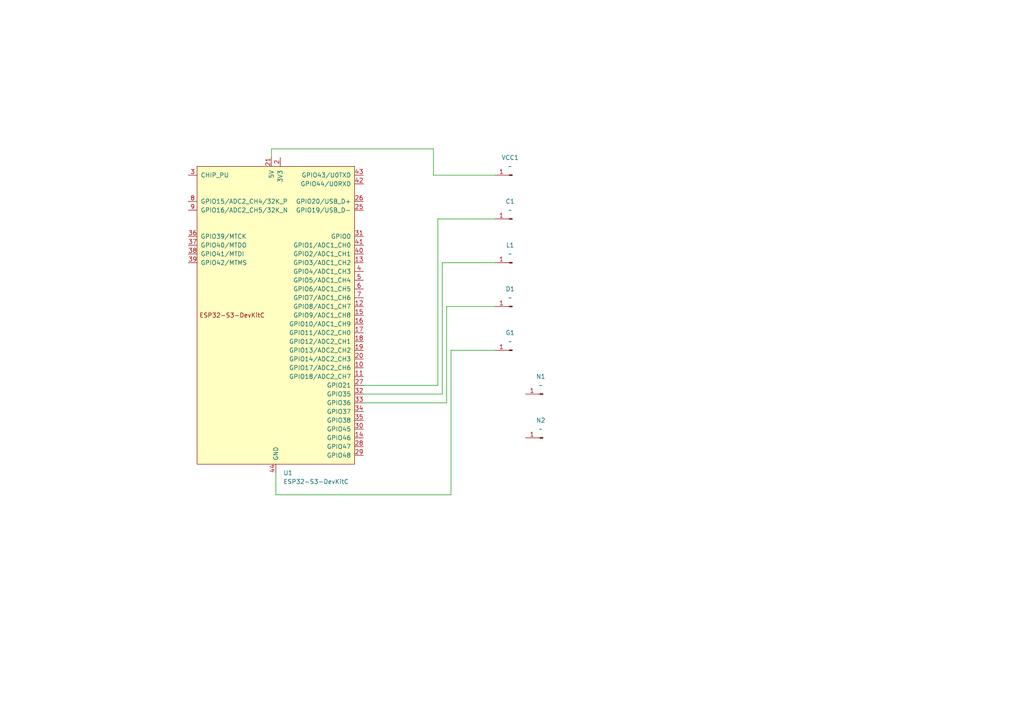
<source format=kicad_sch>
(kicad_sch (version 20250114) (generator "eeschema") (generator_version "9.0")
  (paper "A4")
  (lib_symbols
    (symbol "Connector:Conn_01x01_Pin" (pin_names (offset 1.016) (hide yes))
      (property "Reference" "J" (at 0 2.54 0))
      (property "Value" "Conn_01x01_Pin" (at 0 -2.54 0))
      (symbol "Conn_01x01_Pin_1_1"
        (rectangle (start 0.8636 0.127) (end 0 -0.127) (stroke (width 0.1524)) (fill (type outline)))
        (polyline (pts (xy 1.27 0) (xy 0.8636 0)) (stroke (width 0.1524)))
        (pin passive line (at 5.08 0 180) (length 3.81) (name "Pin_1") (number "1"))
      )
    )
    (symbol "PCM_Espressif:ESP32-S3-DevKitC" (pin_names (offset 1.016))
      (property "Reference" "U" (at -22.86 48.26 0))
      (property "Value" "ESP32-S3-DevKitC" (at -22.86 45.72 0))
      (symbol "ESP32-S3-DevKitC_0_0"
        (text "ESP32-S3-DevKitC" (at -12.7 0 0) (effects (font (size 1.27 1.27))))
        (pin bidirectional line (at -25.4 15.24 0) (length 2.54) (name "GPIO42/MTMS") (number "39"))
        (pin power_in line (at 0 -45.72 90) (length 2.54) (name "GND") (number "44"))
        (pin bidirectional line (at 25.4 40.64 180) (length 2.54) (name "GPIO43/U0TXD") (number "43"))
        (pin bidirectional line (at 25.4 38.1 180) (length 2.54) (name "GPIO44/U0RXD") (number "42"))
        (pin bidirectional line (at 25.4 20.32 180) (length 2.54) (name "GPIO1/ADC1_CH0") (number "41"))
        (pin bidirectional line (at 25.4 17.78 180) (length 2.54) (name "GPIO2/ADC1_CH1") (number "40"))
        (pin bidirectional line (at 25.4 -10.16 180) (length 2.54) (name "GPIO13/ADC2_CH2") (number "19"))
        (pin bidirectional line (at 25.4 -35.56 180) (length 2.54) (name "GPIO46") (number "14"))
      )
      (symbol "ESP32-S3-DevKitC_0_1"
        (rectangle (start -22.86 43.18) (end 22.86 -43.18) (fill (type background)))
        (pin power_in line (at 1.27 45.72 270) (length 2.54) (name "3V3") (number "2"))
      )
      (symbol "ESP32-S3-DevKitC_1_1"
        (pin input line (at -25.4 40.64 0) (length 2.54) (name "CHIP_PU") (number "3"))
        (pin bidirectional line (at -25.4 33.02 0) (length 2.54) (name "GPIO15/ADC2_CH4/32K_P") (number "8"))
        (pin bidirectional line (at -25.4 30.48 0) (length 2.54) (name "GPIO16/ADC2_CH5/32K_N") (number "9"))
        (pin bidirectional line (at -25.4 22.86 0) (length 2.54) (name "GPIO39/MTCK") (number "36"))
        (pin bidirectional line (at -25.4 20.32 0) (length 2.54) (name "GPIO40/MTDO") (number "37"))
        (pin bidirectional line (at -25.4 17.78 0) (length 2.54) (name "GPIO41/MTDI") (number "38"))
        (pin power_in line (at -1.27 45.72 270) (length 2.54) (name "5V") (number "21"))
        (pin passive line (at 0 -45.72 90) (length 2.54) (hide yes) (name "GND") (number "22"))
        (pin passive line (at 0 -45.72 90) (length 2.54) (hide yes) (name "GND") (number "23"))
        (pin passive line (at 0 -45.72 90) (length 2.54) (hide yes) (name "GND") (number "24"))
        (pin passive line (at 1.27 45.72 270) (length 2.54) (hide yes) (name "3V3") (number "1"))
        (pin bidirectional line (at 25.4 33.02 180) (length 2.54) (name "GPIO20/USB_D+") (number "26"))
        (pin bidirectional line (at 25.4 30.48 180) (length 2.54) (name "GPIO19/USB_D-") (number "25"))
        (pin bidirectional line (at 25.4 22.86 180) (length 2.54) (name "GPIO0") (number "31"))
        (pin bidirectional line (at 25.4 15.24 180) (length 2.54) (name "GPIO3/ADC1_CH2") (number "13"))
        (pin bidirectional line (at 25.4 12.7 180) (length 2.54) (name "GPIO4/ADC1_CH3") (number "4"))
        (pin bidirectional line (at 25.4 10.16 180) (length 2.54) (name "GPIO5/ADC1_CH4") (number "5"))
        (pin bidirectional line (at 25.4 7.62 180) (length 2.54) (name "GPIO6/ADC1_CH5") (number "6"))
        (pin bidirectional line (at 25.4 5.08 180) (length 2.54) (name "GPIO7/ADC1_CH6") (number "7"))
        (pin bidirectional line (at 25.4 2.54 180) (length 2.54) (name "GPIO8/ADC1_CH7") (number "12"))
        (pin bidirectional line (at 25.4 0 180) (length 2.54) (name "GPIO9/ADC1_CH8") (number "15"))
        (pin bidirectional line (at 25.4 -2.54 180) (length 2.54) (name "GPIO10/ADC1_CH9") (number "16"))
        (pin bidirectional line (at 25.4 -5.08 180) (length 2.54) (name "GPIO11/ADC2_CH0") (number "17"))
        (pin bidirectional line (at 25.4 -7.62 180) (length 2.54) (name "GPIO12/ADC2_CH1") (number "18"))
        (pin bidirectional line (at 25.4 -12.7 180) (length 2.54) (name "GPIO14/ADC2_CH3") (number "20"))
        (pin bidirectional line (at 25.4 -15.24 180) (length 2.54) (name "GPIO17/ADC2_CH6") (number "10"))
        (pin bidirectional line (at 25.4 -17.78 180) (length 2.54) (name "GPIO18/ADC2_CH7") (number "11"))
        (pin bidirectional line (at 25.4 -20.32 180) (length 2.54) (name "GPIO21") (number "27"))
        (pin bidirectional line (at 25.4 -22.86 180) (length 2.54) (name "GPIO35") (number "32"))
        (pin bidirectional line (at 25.4 -25.4 180) (length 2.54) (name "GPIO36") (number "33"))
        (pin bidirectional line (at 25.4 -27.94 180) (length 2.54) (name "GPIO37") (number "34"))
        (pin bidirectional line (at 25.4 -30.48 180) (length 2.54) (name "GPIO38") (number "35"))
        (pin bidirectional line (at 25.4 -33.02 180) (length 2.54) (name "GPIO45") (number "30"))
        (pin bidirectional line (at 25.4 -38.1 180) (length 2.54) (name "GPIO47") (number "28"))
        (pin bidirectional line (at 25.4 -40.64 180) (length 2.54) (name "GPIO48") (number "29"))
      )
    )
  )
  (wire (pts (xy 125.73 50.8) (xy 143.51 50.8)))
  (wire (pts (xy 78.74 43.18) (xy 125.73 43.18)))
  (wire (pts (xy 128.27 76.2) (xy 143.51 76.2)))
  (wire (pts (xy 127 63.5) (xy 143.51 63.5)))
  (wire (pts (xy 78.74 43.18) (xy 78.74 45.72)))
  (wire (pts (xy 127 111.76) (xy 127 63.5)))
  (wire (pts (xy 129.54 88.9) (xy 143.51 88.9)))
  (wire (pts (xy 105.41 116.84) (xy 129.54 116.84)))
  (wire (pts (xy 130.81 101.6) (xy 143.51 101.6)))
  (wire (pts (xy 80.01 137.16) (xy 80.01 143.51)))
  (wire (pts (xy 125.73 43.18) (xy 125.73 50.8)))
  (wire (pts (xy 129.54 116.84) (xy 129.54 88.9)))
  (wire (pts (xy 128.27 114.3) (xy 128.27 76.2)))
  (wire (pts (xy 105.41 111.76) (xy 127 111.76)))
  (wire (pts (xy 105.41 114.3) (xy 128.27 114.3)))
  (wire (pts (xy 80.01 143.51) (xy 130.81 143.51)))
  (wire (pts (xy 130.81 143.51) (xy 130.81 101.6)))
  (symbol (lib_id "Connector:Conn_01x01_Pin") (at 157.48 114.3 0) (mirror y) (unit 1)
    (property "Reference" "N1" (at 156.845 109.22 0))
    (property "Value" "~" (at 156.845 111.76 0))
    (property "Footprint" "Connector_Wire:SolderWire-0.5sqmm_1x01_D0.9mm_OD2.1mm" (effects (hide yes)))
    (property "Description" "Generic connector, single row, 01x01, script generated" (effects (hide yes)))
  )
  (symbol (lib_id "Connector:Conn_01x01_Pin") (at 148.59 88.9 0) (mirror y) (unit 1)
    (property "Reference" "D1" (at 147.955 83.82 0))
    (property "Value" "~" (at 147.955 86.36 0))
    (property "Footprint" "Connector_Wire:SolderWire-0.5sqmm_1x01_D0.9mm_OD2.1mm" (effects (hide yes)))
    (property "Description" "Generic connector, single row, 01x01, script generated" (effects (hide yes)))
  )
  (symbol (lib_id "Connector:Conn_01x01_Pin") (at 148.59 101.6 0) (mirror y) (unit 1)
    (property "Reference" "G1" (at 147.955 96.52 0))
    (property "Value" "~" (at 147.955 99.06 0))
    (property "Footprint" "Connector_Wire:SolderWire-0.5sqmm_1x01_D0.9mm_OD2.1mm" (effects (hide yes)))
    (property "Description" "Generic connector, single row, 01x01, script generated" (effects (hide yes)))
  )
  (symbol (lib_id "PCM_Espressif:ESP32-S3-DevKitC") (at 80.01 91.44 0) (unit 1)
    (property "Reference" "U1" (at 82.1533 137.16 0) (effects (justify left)))
    (property "Value" "ESP32-S3-DevKitC" (at 82.1533 139.7 0) (effects (justify left)))
    (property "Footprint" "PCM_Espressif:ESP32-S3-DevKitC" (effects (hide yes)))
    (property "Description" "ESP32-S3-DevKitC" (effects (hide yes)))
  )
  (symbol (lib_id "Connector:Conn_01x01_Pin") (at 157.48 127 0) (mirror y) (unit 1)
    (property "Reference" "N2" (at 156.845 121.92 0))
    (property "Value" "~" (at 156.845 124.46 0))
    (property "Footprint" "Connector_Wire:SolderWire-0.5sqmm_1x01_D0.9mm_OD2.1mm" (effects (hide yes)))
    (property "Description" "Generic connector, single row, 01x01, script generated" (effects (hide yes)))
  )
  (symbol (lib_id "Connector:Conn_01x01_Pin") (at 148.59 50.8 0) (mirror y) (unit 1)
    (property "Reference" "VCC1" (at 147.955 45.72 0))
    (property "Value" "~" (at 147.955 48.26 0))
    (property "Footprint" "Connector_Wire:SolderWire-0.5sqmm_1x01_D0.9mm_OD2.1mm" (effects (hide yes)))
    (property "Description" "Generic connector, single row, 01x01, script generated" (effects (hide yes)))
  )
  (symbol (lib_id "Connector:Conn_01x01_Pin") (at 148.59 63.5 0) (mirror y) (unit 1)
    (property "Reference" "C1" (at 147.955 58.42 0))
    (property "Value" "~" (at 147.955 60.96 0))
    (property "Footprint" "Connector_Wire:SolderWire-0.5sqmm_1x01_D0.9mm_OD2.1mm" (effects (hide yes)))
    (property "Description" "Generic connector, single row, 01x01, script generated" (effects (hide yes)))
  )
  (symbol (lib_id "Connector:Conn_01x01_Pin") (at 148.59 76.2 0) (mirror y) (unit 1)
    (property "Reference" "L1" (at 147.955 71.12 0))
    (property "Value" "~" (at 147.955 73.66 0))
    (property "Footprint" "Connector_Wire:SolderWire-0.5sqmm_1x01_D0.9mm_OD2.1mm" (effects (hide yes)))
    (property "Description" "Generic connector, single row, 01x01, script generated" (effects (hide yes)))
  )
)
</source>
